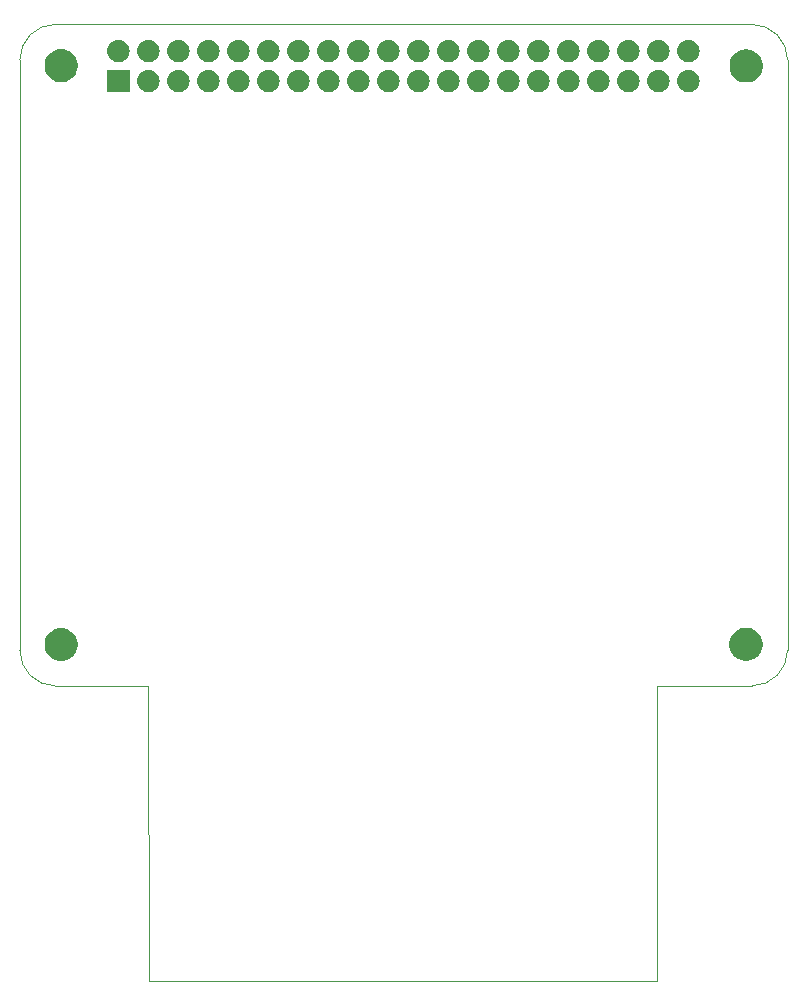
<source format=gbr>
G04 #@! TF.GenerationSoftware,KiCad,Pcbnew,5.0.1-33cea8e~68~ubuntu18.04.1*
G04 #@! TF.CreationDate,2019-02-10T11:00:50+00:00*
G04 #@! TF.ProjectId,LoRa-hat,4C6F52612D6861742E6B696361645F70,rev?*
G04 #@! TF.SameCoordinates,Original*
G04 #@! TF.FileFunction,Soldermask,Bot*
G04 #@! TF.FilePolarity,Negative*
%FSLAX46Y46*%
G04 Gerber Fmt 4.6, Leading zero omitted, Abs format (unit mm)*
G04 Created by KiCad (PCBNEW 5.0.1-33cea8e~68~ubuntu18.04.1) date Sun 10 Feb 2019 11:00:50 GMT*
%MOMM*%
%LPD*%
G01*
G04 APERTURE LIST*
%ADD10C,0.100000*%
G04 APERTURE END LIST*
D10*
X89440000Y-116820000D02*
X89500000Y-141840000D01*
X132500000Y-141850000D02*
X89500000Y-141840000D01*
X132500000Y-116830000D02*
X132500000Y-141850000D01*
X132500000Y-116830000D02*
X140546356Y-116830000D01*
X81530000Y-116820000D02*
X89440000Y-116820000D01*
X81546356Y-116817611D02*
G75*
G02X78546356Y-113817611I0J3000000D01*
G01*
X143546351Y-113822847D02*
G75*
G02X140546356Y-116817611I-2999995J5236D01*
G01*
X78546356Y-63817611D02*
X78546356Y-113817611D01*
X78546356Y-63817611D02*
G75*
G02X81546356Y-60817611I3000000J0D01*
G01*
X140546356Y-60817611D02*
X81546356Y-60817611D01*
X140546356Y-60817611D02*
G75*
G02X143546356Y-63817611I0J-3000000D01*
G01*
X143546356Y-113817611D02*
X143546356Y-63817611D01*
G36*
X82313126Y-111946900D02*
X82448365Y-111973801D01*
X82628523Y-112048425D01*
X82679005Y-112069335D01*
X82703149Y-112079336D01*
X82917482Y-112222549D01*
X82932451Y-112232551D01*
X83127449Y-112427549D01*
X83127451Y-112427552D01*
X83280664Y-112656851D01*
X83382057Y-112901635D01*
X83386199Y-112911636D01*
X83440000Y-113182111D01*
X83440000Y-113457889D01*
X83386199Y-113728364D01*
X83280665Y-113983147D01*
X83127449Y-114212451D01*
X82932451Y-114407449D01*
X82932448Y-114407451D01*
X82703149Y-114560664D01*
X82448365Y-114666199D01*
X82313127Y-114693099D01*
X82177889Y-114720000D01*
X81902111Y-114720000D01*
X81766873Y-114693099D01*
X81631635Y-114666199D01*
X81376851Y-114560664D01*
X81147552Y-114407451D01*
X81147549Y-114407449D01*
X80952551Y-114212451D01*
X80799335Y-113983147D01*
X80693801Y-113728364D01*
X80640000Y-113457889D01*
X80640000Y-113182111D01*
X80693801Y-112911636D01*
X80697944Y-112901635D01*
X80799336Y-112656851D01*
X80952549Y-112427552D01*
X80952551Y-112427549D01*
X81147549Y-112232551D01*
X81162518Y-112222549D01*
X81376851Y-112079336D01*
X81400996Y-112069335D01*
X81451477Y-112048425D01*
X81631635Y-111973801D01*
X81766874Y-111946900D01*
X81902111Y-111920000D01*
X82177889Y-111920000D01*
X82313126Y-111946900D01*
X82313126Y-111946900D01*
G37*
G36*
X140218162Y-111920000D02*
X140438365Y-111963801D01*
X140693149Y-112069336D01*
X140708115Y-112079336D01*
X140922451Y-112222551D01*
X141117449Y-112417549D01*
X141117451Y-112417552D01*
X141270664Y-112646851D01*
X141376199Y-112901635D01*
X141430000Y-113172112D01*
X141430000Y-113447888D01*
X141376199Y-113718365D01*
X141270664Y-113973149D01*
X141263982Y-113983149D01*
X141117449Y-114202451D01*
X140922451Y-114397449D01*
X140922448Y-114397451D01*
X140693149Y-114550664D01*
X140693148Y-114550665D01*
X140693147Y-114550665D01*
X140618523Y-114581575D01*
X140438365Y-114656199D01*
X140388091Y-114666199D01*
X140167889Y-114710000D01*
X139892111Y-114710000D01*
X139671909Y-114666199D01*
X139621635Y-114656199D01*
X139441477Y-114581575D01*
X139366853Y-114550665D01*
X139366852Y-114550665D01*
X139366851Y-114550664D01*
X139137552Y-114397451D01*
X139137549Y-114397449D01*
X138942551Y-114202451D01*
X138796018Y-113983149D01*
X138789336Y-113973149D01*
X138683801Y-113718365D01*
X138630000Y-113447888D01*
X138630000Y-113172112D01*
X138683801Y-112901635D01*
X138789336Y-112646851D01*
X138942549Y-112417552D01*
X138942551Y-112417549D01*
X139137549Y-112222551D01*
X139351885Y-112079336D01*
X139366851Y-112069336D01*
X139621635Y-111963801D01*
X139841838Y-111920000D01*
X139892111Y-111910000D01*
X140167889Y-111910000D01*
X140218162Y-111920000D01*
X140218162Y-111920000D01*
G37*
G36*
X127646448Y-64666873D02*
X127716232Y-64673746D01*
X127805770Y-64700907D01*
X127895309Y-64728068D01*
X128060347Y-64816283D01*
X128205001Y-64934999D01*
X128323717Y-65079653D01*
X128411932Y-65244691D01*
X128411932Y-65244692D01*
X128464338Y-65417451D01*
X128466254Y-65423769D01*
X128484596Y-65610000D01*
X128466254Y-65796231D01*
X128411932Y-65975309D01*
X128323717Y-66140347D01*
X128205001Y-66285001D01*
X128060347Y-66403717D01*
X127895309Y-66491932D01*
X127805770Y-66519093D01*
X127716232Y-66546254D01*
X127646448Y-66553127D01*
X127576666Y-66560000D01*
X127483334Y-66560000D01*
X127413552Y-66553127D01*
X127343768Y-66546254D01*
X127254230Y-66519093D01*
X127164691Y-66491932D01*
X126999653Y-66403717D01*
X126854999Y-66285001D01*
X126736283Y-66140347D01*
X126648068Y-65975309D01*
X126593746Y-65796231D01*
X126575404Y-65610000D01*
X126593746Y-65423769D01*
X126595663Y-65417451D01*
X126648068Y-65244692D01*
X126648068Y-65244691D01*
X126736283Y-65079653D01*
X126854999Y-64934999D01*
X126999653Y-64816283D01*
X127164691Y-64728068D01*
X127254230Y-64700907D01*
X127343768Y-64673746D01*
X127413552Y-64666873D01*
X127483334Y-64660000D01*
X127576666Y-64660000D01*
X127646448Y-64666873D01*
X127646448Y-64666873D01*
G37*
G36*
X132726448Y-64666873D02*
X132796232Y-64673746D01*
X132885770Y-64700907D01*
X132975309Y-64728068D01*
X133140347Y-64816283D01*
X133285001Y-64934999D01*
X133403717Y-65079653D01*
X133491932Y-65244691D01*
X133491932Y-65244692D01*
X133544338Y-65417451D01*
X133546254Y-65423769D01*
X133564596Y-65610000D01*
X133546254Y-65796231D01*
X133491932Y-65975309D01*
X133403717Y-66140347D01*
X133285001Y-66285001D01*
X133140347Y-66403717D01*
X132975309Y-66491932D01*
X132885770Y-66519093D01*
X132796232Y-66546254D01*
X132726448Y-66553127D01*
X132656666Y-66560000D01*
X132563334Y-66560000D01*
X132493552Y-66553127D01*
X132423768Y-66546254D01*
X132334230Y-66519093D01*
X132244691Y-66491932D01*
X132079653Y-66403717D01*
X131934999Y-66285001D01*
X131816283Y-66140347D01*
X131728068Y-65975309D01*
X131673746Y-65796231D01*
X131655404Y-65610000D01*
X131673746Y-65423769D01*
X131675663Y-65417451D01*
X131728068Y-65244692D01*
X131728068Y-65244691D01*
X131816283Y-65079653D01*
X131934999Y-64934999D01*
X132079653Y-64816283D01*
X132244691Y-64728068D01*
X132334230Y-64700907D01*
X132423768Y-64673746D01*
X132493552Y-64666873D01*
X132563334Y-64660000D01*
X132656666Y-64660000D01*
X132726448Y-64666873D01*
X132726448Y-64666873D01*
G37*
G36*
X135266448Y-64666873D02*
X135336232Y-64673746D01*
X135425770Y-64700907D01*
X135515309Y-64728068D01*
X135680347Y-64816283D01*
X135825001Y-64934999D01*
X135943717Y-65079653D01*
X136031932Y-65244691D01*
X136031932Y-65244692D01*
X136084338Y-65417451D01*
X136086254Y-65423769D01*
X136104596Y-65610000D01*
X136086254Y-65796231D01*
X136031932Y-65975309D01*
X135943717Y-66140347D01*
X135825001Y-66285001D01*
X135680347Y-66403717D01*
X135515309Y-66491932D01*
X135425770Y-66519093D01*
X135336232Y-66546254D01*
X135266448Y-66553127D01*
X135196666Y-66560000D01*
X135103334Y-66560000D01*
X135033552Y-66553127D01*
X134963768Y-66546254D01*
X134874230Y-66519093D01*
X134784691Y-66491932D01*
X134619653Y-66403717D01*
X134474999Y-66285001D01*
X134356283Y-66140347D01*
X134268068Y-65975309D01*
X134213746Y-65796231D01*
X134195404Y-65610000D01*
X134213746Y-65423769D01*
X134215663Y-65417451D01*
X134268068Y-65244692D01*
X134268068Y-65244691D01*
X134356283Y-65079653D01*
X134474999Y-64934999D01*
X134619653Y-64816283D01*
X134784691Y-64728068D01*
X134874230Y-64700907D01*
X134963768Y-64673746D01*
X135033552Y-64666873D01*
X135103334Y-64660000D01*
X135196666Y-64660000D01*
X135266448Y-64666873D01*
X135266448Y-64666873D01*
G37*
G36*
X87840000Y-66560000D02*
X85940000Y-66560000D01*
X85940000Y-64660000D01*
X87840000Y-64660000D01*
X87840000Y-66560000D01*
X87840000Y-66560000D01*
G37*
G36*
X89546448Y-64666873D02*
X89616232Y-64673746D01*
X89705770Y-64700907D01*
X89795309Y-64728068D01*
X89960347Y-64816283D01*
X90105001Y-64934999D01*
X90223717Y-65079653D01*
X90311932Y-65244691D01*
X90311932Y-65244692D01*
X90364338Y-65417451D01*
X90366254Y-65423769D01*
X90384596Y-65610000D01*
X90366254Y-65796231D01*
X90311932Y-65975309D01*
X90223717Y-66140347D01*
X90105001Y-66285001D01*
X89960347Y-66403717D01*
X89795309Y-66491932D01*
X89705770Y-66519093D01*
X89616232Y-66546254D01*
X89546448Y-66553127D01*
X89476666Y-66560000D01*
X89383334Y-66560000D01*
X89313552Y-66553127D01*
X89243768Y-66546254D01*
X89154230Y-66519093D01*
X89064691Y-66491932D01*
X88899653Y-66403717D01*
X88754999Y-66285001D01*
X88636283Y-66140347D01*
X88548068Y-65975309D01*
X88493746Y-65796231D01*
X88475404Y-65610000D01*
X88493746Y-65423769D01*
X88495663Y-65417451D01*
X88548068Y-65244692D01*
X88548068Y-65244691D01*
X88636283Y-65079653D01*
X88754999Y-64934999D01*
X88899653Y-64816283D01*
X89064691Y-64728068D01*
X89154230Y-64700907D01*
X89243768Y-64673746D01*
X89313552Y-64666873D01*
X89383334Y-64660000D01*
X89476666Y-64660000D01*
X89546448Y-64666873D01*
X89546448Y-64666873D01*
G37*
G36*
X92086448Y-64666873D02*
X92156232Y-64673746D01*
X92245770Y-64700907D01*
X92335309Y-64728068D01*
X92500347Y-64816283D01*
X92645001Y-64934999D01*
X92763717Y-65079653D01*
X92851932Y-65244691D01*
X92851932Y-65244692D01*
X92904338Y-65417451D01*
X92906254Y-65423769D01*
X92924596Y-65610000D01*
X92906254Y-65796231D01*
X92851932Y-65975309D01*
X92763717Y-66140347D01*
X92645001Y-66285001D01*
X92500347Y-66403717D01*
X92335309Y-66491932D01*
X92245770Y-66519093D01*
X92156232Y-66546254D01*
X92086448Y-66553127D01*
X92016666Y-66560000D01*
X91923334Y-66560000D01*
X91853552Y-66553127D01*
X91783768Y-66546254D01*
X91694230Y-66519093D01*
X91604691Y-66491932D01*
X91439653Y-66403717D01*
X91294999Y-66285001D01*
X91176283Y-66140347D01*
X91088068Y-65975309D01*
X91033746Y-65796231D01*
X91015404Y-65610000D01*
X91033746Y-65423769D01*
X91035663Y-65417451D01*
X91088068Y-65244692D01*
X91088068Y-65244691D01*
X91176283Y-65079653D01*
X91294999Y-64934999D01*
X91439653Y-64816283D01*
X91604691Y-64728068D01*
X91694230Y-64700907D01*
X91783768Y-64673746D01*
X91853552Y-64666873D01*
X91923334Y-64660000D01*
X92016666Y-64660000D01*
X92086448Y-64666873D01*
X92086448Y-64666873D01*
G37*
G36*
X94626448Y-64666873D02*
X94696232Y-64673746D01*
X94785770Y-64700907D01*
X94875309Y-64728068D01*
X95040347Y-64816283D01*
X95185001Y-64934999D01*
X95303717Y-65079653D01*
X95391932Y-65244691D01*
X95391932Y-65244692D01*
X95444338Y-65417451D01*
X95446254Y-65423769D01*
X95464596Y-65610000D01*
X95446254Y-65796231D01*
X95391932Y-65975309D01*
X95303717Y-66140347D01*
X95185001Y-66285001D01*
X95040347Y-66403717D01*
X94875309Y-66491932D01*
X94785770Y-66519093D01*
X94696232Y-66546254D01*
X94626448Y-66553127D01*
X94556666Y-66560000D01*
X94463334Y-66560000D01*
X94393552Y-66553127D01*
X94323768Y-66546254D01*
X94234230Y-66519093D01*
X94144691Y-66491932D01*
X93979653Y-66403717D01*
X93834999Y-66285001D01*
X93716283Y-66140347D01*
X93628068Y-65975309D01*
X93573746Y-65796231D01*
X93555404Y-65610000D01*
X93573746Y-65423769D01*
X93575663Y-65417451D01*
X93628068Y-65244692D01*
X93628068Y-65244691D01*
X93716283Y-65079653D01*
X93834999Y-64934999D01*
X93979653Y-64816283D01*
X94144691Y-64728068D01*
X94234230Y-64700907D01*
X94323768Y-64673746D01*
X94393552Y-64666873D01*
X94463334Y-64660000D01*
X94556666Y-64660000D01*
X94626448Y-64666873D01*
X94626448Y-64666873D01*
G37*
G36*
X97166448Y-64666873D02*
X97236232Y-64673746D01*
X97325770Y-64700907D01*
X97415309Y-64728068D01*
X97580347Y-64816283D01*
X97725001Y-64934999D01*
X97843717Y-65079653D01*
X97931932Y-65244691D01*
X97931932Y-65244692D01*
X97984338Y-65417451D01*
X97986254Y-65423769D01*
X98004596Y-65610000D01*
X97986254Y-65796231D01*
X97931932Y-65975309D01*
X97843717Y-66140347D01*
X97725001Y-66285001D01*
X97580347Y-66403717D01*
X97415309Y-66491932D01*
X97325770Y-66519093D01*
X97236232Y-66546254D01*
X97166448Y-66553127D01*
X97096666Y-66560000D01*
X97003334Y-66560000D01*
X96933552Y-66553127D01*
X96863768Y-66546254D01*
X96774230Y-66519093D01*
X96684691Y-66491932D01*
X96519653Y-66403717D01*
X96374999Y-66285001D01*
X96256283Y-66140347D01*
X96168068Y-65975309D01*
X96113746Y-65796231D01*
X96095404Y-65610000D01*
X96113746Y-65423769D01*
X96115663Y-65417451D01*
X96168068Y-65244692D01*
X96168068Y-65244691D01*
X96256283Y-65079653D01*
X96374999Y-64934999D01*
X96519653Y-64816283D01*
X96684691Y-64728068D01*
X96774230Y-64700907D01*
X96863768Y-64673746D01*
X96933552Y-64666873D01*
X97003334Y-64660000D01*
X97096666Y-64660000D01*
X97166448Y-64666873D01*
X97166448Y-64666873D01*
G37*
G36*
X99706448Y-64666873D02*
X99776232Y-64673746D01*
X99865770Y-64700907D01*
X99955309Y-64728068D01*
X100120347Y-64816283D01*
X100265001Y-64934999D01*
X100383717Y-65079653D01*
X100471932Y-65244691D01*
X100471932Y-65244692D01*
X100524338Y-65417451D01*
X100526254Y-65423769D01*
X100544596Y-65610000D01*
X100526254Y-65796231D01*
X100471932Y-65975309D01*
X100383717Y-66140347D01*
X100265001Y-66285001D01*
X100120347Y-66403717D01*
X99955309Y-66491932D01*
X99865770Y-66519093D01*
X99776232Y-66546254D01*
X99706448Y-66553127D01*
X99636666Y-66560000D01*
X99543334Y-66560000D01*
X99473552Y-66553127D01*
X99403768Y-66546254D01*
X99314230Y-66519093D01*
X99224691Y-66491932D01*
X99059653Y-66403717D01*
X98914999Y-66285001D01*
X98796283Y-66140347D01*
X98708068Y-65975309D01*
X98653746Y-65796231D01*
X98635404Y-65610000D01*
X98653746Y-65423769D01*
X98655663Y-65417451D01*
X98708068Y-65244692D01*
X98708068Y-65244691D01*
X98796283Y-65079653D01*
X98914999Y-64934999D01*
X99059653Y-64816283D01*
X99224691Y-64728068D01*
X99314230Y-64700907D01*
X99403768Y-64673746D01*
X99473552Y-64666873D01*
X99543334Y-64660000D01*
X99636666Y-64660000D01*
X99706448Y-64666873D01*
X99706448Y-64666873D01*
G37*
G36*
X130186448Y-64666873D02*
X130256232Y-64673746D01*
X130345770Y-64700907D01*
X130435309Y-64728068D01*
X130600347Y-64816283D01*
X130745001Y-64934999D01*
X130863717Y-65079653D01*
X130951932Y-65244691D01*
X130951932Y-65244692D01*
X131004338Y-65417451D01*
X131006254Y-65423769D01*
X131024596Y-65610000D01*
X131006254Y-65796231D01*
X130951932Y-65975309D01*
X130863717Y-66140347D01*
X130745001Y-66285001D01*
X130600347Y-66403717D01*
X130435309Y-66491932D01*
X130345770Y-66519093D01*
X130256232Y-66546254D01*
X130186448Y-66553127D01*
X130116666Y-66560000D01*
X130023334Y-66560000D01*
X129953552Y-66553127D01*
X129883768Y-66546254D01*
X129794230Y-66519093D01*
X129704691Y-66491932D01*
X129539653Y-66403717D01*
X129394999Y-66285001D01*
X129276283Y-66140347D01*
X129188068Y-65975309D01*
X129133746Y-65796231D01*
X129115404Y-65610000D01*
X129133746Y-65423769D01*
X129135663Y-65417451D01*
X129188068Y-65244692D01*
X129188068Y-65244691D01*
X129276283Y-65079653D01*
X129394999Y-64934999D01*
X129539653Y-64816283D01*
X129704691Y-64728068D01*
X129794230Y-64700907D01*
X129883768Y-64673746D01*
X129953552Y-64666873D01*
X130023334Y-64660000D01*
X130116666Y-64660000D01*
X130186448Y-64666873D01*
X130186448Y-64666873D01*
G37*
G36*
X104786448Y-64666873D02*
X104856232Y-64673746D01*
X104945770Y-64700907D01*
X105035309Y-64728068D01*
X105200347Y-64816283D01*
X105345001Y-64934999D01*
X105463717Y-65079653D01*
X105551932Y-65244691D01*
X105551932Y-65244692D01*
X105604338Y-65417451D01*
X105606254Y-65423769D01*
X105624596Y-65610000D01*
X105606254Y-65796231D01*
X105551932Y-65975309D01*
X105463717Y-66140347D01*
X105345001Y-66285001D01*
X105200347Y-66403717D01*
X105035309Y-66491932D01*
X104945770Y-66519093D01*
X104856232Y-66546254D01*
X104786448Y-66553127D01*
X104716666Y-66560000D01*
X104623334Y-66560000D01*
X104553552Y-66553127D01*
X104483768Y-66546254D01*
X104394230Y-66519093D01*
X104304691Y-66491932D01*
X104139653Y-66403717D01*
X103994999Y-66285001D01*
X103876283Y-66140347D01*
X103788068Y-65975309D01*
X103733746Y-65796231D01*
X103715404Y-65610000D01*
X103733746Y-65423769D01*
X103735663Y-65417451D01*
X103788068Y-65244692D01*
X103788068Y-65244691D01*
X103876283Y-65079653D01*
X103994999Y-64934999D01*
X104139653Y-64816283D01*
X104304691Y-64728068D01*
X104394230Y-64700907D01*
X104483768Y-64673746D01*
X104553552Y-64666873D01*
X104623334Y-64660000D01*
X104716666Y-64660000D01*
X104786448Y-64666873D01*
X104786448Y-64666873D01*
G37*
G36*
X107326448Y-64666873D02*
X107396232Y-64673746D01*
X107485770Y-64700907D01*
X107575309Y-64728068D01*
X107740347Y-64816283D01*
X107885001Y-64934999D01*
X108003717Y-65079653D01*
X108091932Y-65244691D01*
X108091932Y-65244692D01*
X108144338Y-65417451D01*
X108146254Y-65423769D01*
X108164596Y-65610000D01*
X108146254Y-65796231D01*
X108091932Y-65975309D01*
X108003717Y-66140347D01*
X107885001Y-66285001D01*
X107740347Y-66403717D01*
X107575309Y-66491932D01*
X107485770Y-66519093D01*
X107396232Y-66546254D01*
X107326448Y-66553127D01*
X107256666Y-66560000D01*
X107163334Y-66560000D01*
X107093552Y-66553127D01*
X107023768Y-66546254D01*
X106934230Y-66519093D01*
X106844691Y-66491932D01*
X106679653Y-66403717D01*
X106534999Y-66285001D01*
X106416283Y-66140347D01*
X106328068Y-65975309D01*
X106273746Y-65796231D01*
X106255404Y-65610000D01*
X106273746Y-65423769D01*
X106275663Y-65417451D01*
X106328068Y-65244692D01*
X106328068Y-65244691D01*
X106416283Y-65079653D01*
X106534999Y-64934999D01*
X106679653Y-64816283D01*
X106844691Y-64728068D01*
X106934230Y-64700907D01*
X107023768Y-64673746D01*
X107093552Y-64666873D01*
X107163334Y-64660000D01*
X107256666Y-64660000D01*
X107326448Y-64666873D01*
X107326448Y-64666873D01*
G37*
G36*
X109866448Y-64666873D02*
X109936232Y-64673746D01*
X110025770Y-64700907D01*
X110115309Y-64728068D01*
X110280347Y-64816283D01*
X110425001Y-64934999D01*
X110543717Y-65079653D01*
X110631932Y-65244691D01*
X110631932Y-65244692D01*
X110684338Y-65417451D01*
X110686254Y-65423769D01*
X110704596Y-65610000D01*
X110686254Y-65796231D01*
X110631932Y-65975309D01*
X110543717Y-66140347D01*
X110425001Y-66285001D01*
X110280347Y-66403717D01*
X110115309Y-66491932D01*
X110025770Y-66519093D01*
X109936232Y-66546254D01*
X109866448Y-66553127D01*
X109796666Y-66560000D01*
X109703334Y-66560000D01*
X109633552Y-66553127D01*
X109563768Y-66546254D01*
X109474230Y-66519093D01*
X109384691Y-66491932D01*
X109219653Y-66403717D01*
X109074999Y-66285001D01*
X108956283Y-66140347D01*
X108868068Y-65975309D01*
X108813746Y-65796231D01*
X108795404Y-65610000D01*
X108813746Y-65423769D01*
X108815663Y-65417451D01*
X108868068Y-65244692D01*
X108868068Y-65244691D01*
X108956283Y-65079653D01*
X109074999Y-64934999D01*
X109219653Y-64816283D01*
X109384691Y-64728068D01*
X109474230Y-64700907D01*
X109563768Y-64673746D01*
X109633552Y-64666873D01*
X109703334Y-64660000D01*
X109796666Y-64660000D01*
X109866448Y-64666873D01*
X109866448Y-64666873D01*
G37*
G36*
X112406448Y-64666873D02*
X112476232Y-64673746D01*
X112565770Y-64700907D01*
X112655309Y-64728068D01*
X112820347Y-64816283D01*
X112965001Y-64934999D01*
X113083717Y-65079653D01*
X113171932Y-65244691D01*
X113171932Y-65244692D01*
X113224338Y-65417451D01*
X113226254Y-65423769D01*
X113244596Y-65610000D01*
X113226254Y-65796231D01*
X113171932Y-65975309D01*
X113083717Y-66140347D01*
X112965001Y-66285001D01*
X112820347Y-66403717D01*
X112655309Y-66491932D01*
X112565770Y-66519093D01*
X112476232Y-66546254D01*
X112406448Y-66553127D01*
X112336666Y-66560000D01*
X112243334Y-66560000D01*
X112173552Y-66553127D01*
X112103768Y-66546254D01*
X112014230Y-66519093D01*
X111924691Y-66491932D01*
X111759653Y-66403717D01*
X111614999Y-66285001D01*
X111496283Y-66140347D01*
X111408068Y-65975309D01*
X111353746Y-65796231D01*
X111335404Y-65610000D01*
X111353746Y-65423769D01*
X111355663Y-65417451D01*
X111408068Y-65244692D01*
X111408068Y-65244691D01*
X111496283Y-65079653D01*
X111614999Y-64934999D01*
X111759653Y-64816283D01*
X111924691Y-64728068D01*
X112014230Y-64700907D01*
X112103768Y-64673746D01*
X112173552Y-64666873D01*
X112243334Y-64660000D01*
X112336666Y-64660000D01*
X112406448Y-64666873D01*
X112406448Y-64666873D01*
G37*
G36*
X114946448Y-64666873D02*
X115016232Y-64673746D01*
X115105770Y-64700907D01*
X115195309Y-64728068D01*
X115360347Y-64816283D01*
X115505001Y-64934999D01*
X115623717Y-65079653D01*
X115711932Y-65244691D01*
X115711932Y-65244692D01*
X115764338Y-65417451D01*
X115766254Y-65423769D01*
X115784596Y-65610000D01*
X115766254Y-65796231D01*
X115711932Y-65975309D01*
X115623717Y-66140347D01*
X115505001Y-66285001D01*
X115360347Y-66403717D01*
X115195309Y-66491932D01*
X115105770Y-66519093D01*
X115016232Y-66546254D01*
X114946448Y-66553127D01*
X114876666Y-66560000D01*
X114783334Y-66560000D01*
X114713552Y-66553127D01*
X114643768Y-66546254D01*
X114554230Y-66519093D01*
X114464691Y-66491932D01*
X114299653Y-66403717D01*
X114154999Y-66285001D01*
X114036283Y-66140347D01*
X113948068Y-65975309D01*
X113893746Y-65796231D01*
X113875404Y-65610000D01*
X113893746Y-65423769D01*
X113895663Y-65417451D01*
X113948068Y-65244692D01*
X113948068Y-65244691D01*
X114036283Y-65079653D01*
X114154999Y-64934999D01*
X114299653Y-64816283D01*
X114464691Y-64728068D01*
X114554230Y-64700907D01*
X114643768Y-64673746D01*
X114713552Y-64666873D01*
X114783334Y-64660000D01*
X114876666Y-64660000D01*
X114946448Y-64666873D01*
X114946448Y-64666873D01*
G37*
G36*
X117486448Y-64666873D02*
X117556232Y-64673746D01*
X117645770Y-64700907D01*
X117735309Y-64728068D01*
X117900347Y-64816283D01*
X118045001Y-64934999D01*
X118163717Y-65079653D01*
X118251932Y-65244691D01*
X118251932Y-65244692D01*
X118304338Y-65417451D01*
X118306254Y-65423769D01*
X118324596Y-65610000D01*
X118306254Y-65796231D01*
X118251932Y-65975309D01*
X118163717Y-66140347D01*
X118045001Y-66285001D01*
X117900347Y-66403717D01*
X117735309Y-66491932D01*
X117645770Y-66519093D01*
X117556232Y-66546254D01*
X117486448Y-66553127D01*
X117416666Y-66560000D01*
X117323334Y-66560000D01*
X117253552Y-66553127D01*
X117183768Y-66546254D01*
X117094230Y-66519093D01*
X117004691Y-66491932D01*
X116839653Y-66403717D01*
X116694999Y-66285001D01*
X116576283Y-66140347D01*
X116488068Y-65975309D01*
X116433746Y-65796231D01*
X116415404Y-65610000D01*
X116433746Y-65423769D01*
X116435663Y-65417451D01*
X116488068Y-65244692D01*
X116488068Y-65244691D01*
X116576283Y-65079653D01*
X116694999Y-64934999D01*
X116839653Y-64816283D01*
X117004691Y-64728068D01*
X117094230Y-64700907D01*
X117183768Y-64673746D01*
X117253552Y-64666873D01*
X117323334Y-64660000D01*
X117416666Y-64660000D01*
X117486448Y-64666873D01*
X117486448Y-64666873D01*
G37*
G36*
X120026448Y-64666873D02*
X120096232Y-64673746D01*
X120185770Y-64700907D01*
X120275309Y-64728068D01*
X120440347Y-64816283D01*
X120585001Y-64934999D01*
X120703717Y-65079653D01*
X120791932Y-65244691D01*
X120791932Y-65244692D01*
X120844338Y-65417451D01*
X120846254Y-65423769D01*
X120864596Y-65610000D01*
X120846254Y-65796231D01*
X120791932Y-65975309D01*
X120703717Y-66140347D01*
X120585001Y-66285001D01*
X120440347Y-66403717D01*
X120275309Y-66491932D01*
X120185770Y-66519093D01*
X120096232Y-66546254D01*
X120026448Y-66553127D01*
X119956666Y-66560000D01*
X119863334Y-66560000D01*
X119793552Y-66553127D01*
X119723768Y-66546254D01*
X119634230Y-66519093D01*
X119544691Y-66491932D01*
X119379653Y-66403717D01*
X119234999Y-66285001D01*
X119116283Y-66140347D01*
X119028068Y-65975309D01*
X118973746Y-65796231D01*
X118955404Y-65610000D01*
X118973746Y-65423769D01*
X118975663Y-65417451D01*
X119028068Y-65244692D01*
X119028068Y-65244691D01*
X119116283Y-65079653D01*
X119234999Y-64934999D01*
X119379653Y-64816283D01*
X119544691Y-64728068D01*
X119634230Y-64700907D01*
X119723768Y-64673746D01*
X119793552Y-64666873D01*
X119863334Y-64660000D01*
X119956666Y-64660000D01*
X120026448Y-64666873D01*
X120026448Y-64666873D01*
G37*
G36*
X122566448Y-64666873D02*
X122636232Y-64673746D01*
X122725770Y-64700907D01*
X122815309Y-64728068D01*
X122980347Y-64816283D01*
X123125001Y-64934999D01*
X123243717Y-65079653D01*
X123331932Y-65244691D01*
X123331932Y-65244692D01*
X123384338Y-65417451D01*
X123386254Y-65423769D01*
X123404596Y-65610000D01*
X123386254Y-65796231D01*
X123331932Y-65975309D01*
X123243717Y-66140347D01*
X123125001Y-66285001D01*
X122980347Y-66403717D01*
X122815309Y-66491932D01*
X122725770Y-66519093D01*
X122636232Y-66546254D01*
X122566448Y-66553127D01*
X122496666Y-66560000D01*
X122403334Y-66560000D01*
X122333552Y-66553127D01*
X122263768Y-66546254D01*
X122174230Y-66519093D01*
X122084691Y-66491932D01*
X121919653Y-66403717D01*
X121774999Y-66285001D01*
X121656283Y-66140347D01*
X121568068Y-65975309D01*
X121513746Y-65796231D01*
X121495404Y-65610000D01*
X121513746Y-65423769D01*
X121515663Y-65417451D01*
X121568068Y-65244692D01*
X121568068Y-65244691D01*
X121656283Y-65079653D01*
X121774999Y-64934999D01*
X121919653Y-64816283D01*
X122084691Y-64728068D01*
X122174230Y-64700907D01*
X122263768Y-64673746D01*
X122333552Y-64666873D01*
X122403334Y-64660000D01*
X122496666Y-64660000D01*
X122566448Y-64666873D01*
X122566448Y-64666873D01*
G37*
G36*
X125106448Y-64666873D02*
X125176232Y-64673746D01*
X125265770Y-64700907D01*
X125355309Y-64728068D01*
X125520347Y-64816283D01*
X125665001Y-64934999D01*
X125783717Y-65079653D01*
X125871932Y-65244691D01*
X125871932Y-65244692D01*
X125924338Y-65417451D01*
X125926254Y-65423769D01*
X125944596Y-65610000D01*
X125926254Y-65796231D01*
X125871932Y-65975309D01*
X125783717Y-66140347D01*
X125665001Y-66285001D01*
X125520347Y-66403717D01*
X125355309Y-66491932D01*
X125265770Y-66519093D01*
X125176232Y-66546254D01*
X125106448Y-66553127D01*
X125036666Y-66560000D01*
X124943334Y-66560000D01*
X124873552Y-66553127D01*
X124803768Y-66546254D01*
X124714230Y-66519093D01*
X124624691Y-66491932D01*
X124459653Y-66403717D01*
X124314999Y-66285001D01*
X124196283Y-66140347D01*
X124108068Y-65975309D01*
X124053746Y-65796231D01*
X124035404Y-65610000D01*
X124053746Y-65423769D01*
X124055663Y-65417451D01*
X124108068Y-65244692D01*
X124108068Y-65244691D01*
X124196283Y-65079653D01*
X124314999Y-64934999D01*
X124459653Y-64816283D01*
X124624691Y-64728068D01*
X124714230Y-64700907D01*
X124803768Y-64673746D01*
X124873552Y-64666873D01*
X124943334Y-64660000D01*
X125036666Y-64660000D01*
X125106448Y-64666873D01*
X125106448Y-64666873D01*
G37*
G36*
X102246448Y-64666873D02*
X102316232Y-64673746D01*
X102405770Y-64700907D01*
X102495309Y-64728068D01*
X102660347Y-64816283D01*
X102805001Y-64934999D01*
X102923717Y-65079653D01*
X103011932Y-65244691D01*
X103011932Y-65244692D01*
X103064338Y-65417451D01*
X103066254Y-65423769D01*
X103084596Y-65610000D01*
X103066254Y-65796231D01*
X103011932Y-65975309D01*
X102923717Y-66140347D01*
X102805001Y-66285001D01*
X102660347Y-66403717D01*
X102495309Y-66491932D01*
X102405770Y-66519093D01*
X102316232Y-66546254D01*
X102246448Y-66553127D01*
X102176666Y-66560000D01*
X102083334Y-66560000D01*
X102013552Y-66553127D01*
X101943768Y-66546254D01*
X101854230Y-66519093D01*
X101764691Y-66491932D01*
X101599653Y-66403717D01*
X101454999Y-66285001D01*
X101336283Y-66140347D01*
X101248068Y-65975309D01*
X101193746Y-65796231D01*
X101175404Y-65610000D01*
X101193746Y-65423769D01*
X101195663Y-65417451D01*
X101248068Y-65244692D01*
X101248068Y-65244691D01*
X101336283Y-65079653D01*
X101454999Y-64934999D01*
X101599653Y-64816283D01*
X101764691Y-64728068D01*
X101854230Y-64700907D01*
X101943768Y-64673746D01*
X102013552Y-64666873D01*
X102083334Y-64660000D01*
X102176666Y-64660000D01*
X102246448Y-64666873D01*
X102246448Y-64666873D01*
G37*
G36*
X140313126Y-62956900D02*
X140448365Y-62983801D01*
X140703149Y-63089336D01*
X140902516Y-63222549D01*
X140932451Y-63242551D01*
X141127449Y-63437549D01*
X141127451Y-63437552D01*
X141280664Y-63666851D01*
X141386199Y-63921635D01*
X141440000Y-64192112D01*
X141440000Y-64467888D01*
X141386199Y-64738365D01*
X141353924Y-64816283D01*
X141280665Y-64993147D01*
X141127449Y-65222451D01*
X140932451Y-65417449D01*
X140932448Y-65417451D01*
X140703149Y-65570664D01*
X140448365Y-65676199D01*
X140313126Y-65703100D01*
X140177889Y-65730000D01*
X139902111Y-65730000D01*
X139766874Y-65703100D01*
X139631635Y-65676199D01*
X139376851Y-65570664D01*
X139147552Y-65417451D01*
X139147549Y-65417449D01*
X138952551Y-65222451D01*
X138799335Y-64993147D01*
X138726076Y-64816283D01*
X138693801Y-64738365D01*
X138640000Y-64467888D01*
X138640000Y-64192112D01*
X138693801Y-63921635D01*
X138799336Y-63666851D01*
X138952549Y-63437552D01*
X138952551Y-63437549D01*
X139147549Y-63242551D01*
X139177484Y-63222549D01*
X139376851Y-63089336D01*
X139631635Y-62983801D01*
X139766874Y-62956900D01*
X139902111Y-62930000D01*
X140177889Y-62930000D01*
X140313126Y-62956900D01*
X140313126Y-62956900D01*
G37*
G36*
X82278435Y-62930000D02*
X82448365Y-62963801D01*
X82703149Y-63069336D01*
X82733081Y-63089336D01*
X82932451Y-63222551D01*
X83127449Y-63417549D01*
X83127451Y-63417552D01*
X83280664Y-63646851D01*
X83386199Y-63901635D01*
X83440000Y-64172112D01*
X83440000Y-64447888D01*
X83386199Y-64718365D01*
X83280664Y-64973149D01*
X83267300Y-64993149D01*
X83127449Y-65202451D01*
X82932451Y-65397449D01*
X82932448Y-65397451D01*
X82703149Y-65550664D01*
X82448365Y-65656199D01*
X82347818Y-65676199D01*
X82177889Y-65710000D01*
X81902111Y-65710000D01*
X81732182Y-65676199D01*
X81631635Y-65656199D01*
X81376851Y-65550664D01*
X81147552Y-65397451D01*
X81147549Y-65397449D01*
X80952551Y-65202451D01*
X80812700Y-64993149D01*
X80799336Y-64973149D01*
X80693801Y-64718365D01*
X80640000Y-64447888D01*
X80640000Y-64172112D01*
X80693801Y-63901635D01*
X80799336Y-63646851D01*
X80952549Y-63417552D01*
X80952551Y-63417549D01*
X81147549Y-63222551D01*
X81346919Y-63089336D01*
X81376851Y-63069336D01*
X81631635Y-62963801D01*
X81801565Y-62930000D01*
X81902111Y-62910000D01*
X82177889Y-62910000D01*
X82278435Y-62930000D01*
X82278435Y-62930000D01*
G37*
G36*
X135266448Y-62126873D02*
X135336232Y-62133746D01*
X135425770Y-62160907D01*
X135515309Y-62188068D01*
X135680347Y-62276283D01*
X135825001Y-62394999D01*
X135943717Y-62539653D01*
X136031932Y-62704691D01*
X136086254Y-62883769D01*
X136104596Y-63070000D01*
X136086254Y-63256231D01*
X136031932Y-63435309D01*
X135943717Y-63600347D01*
X135825001Y-63745001D01*
X135680347Y-63863717D01*
X135515309Y-63951932D01*
X135425770Y-63979093D01*
X135336232Y-64006254D01*
X135266448Y-64013127D01*
X135196666Y-64020000D01*
X135103334Y-64020000D01*
X135033552Y-64013127D01*
X134963768Y-64006254D01*
X134874230Y-63979093D01*
X134784691Y-63951932D01*
X134619653Y-63863717D01*
X134474999Y-63745001D01*
X134356283Y-63600347D01*
X134268068Y-63435309D01*
X134213746Y-63256231D01*
X134195404Y-63070000D01*
X134213746Y-62883769D01*
X134268068Y-62704691D01*
X134356283Y-62539653D01*
X134474999Y-62394999D01*
X134619653Y-62276283D01*
X134784691Y-62188068D01*
X134874230Y-62160907D01*
X134963768Y-62133746D01*
X135033552Y-62126873D01*
X135103334Y-62120000D01*
X135196666Y-62120000D01*
X135266448Y-62126873D01*
X135266448Y-62126873D01*
G37*
G36*
X107326448Y-62126873D02*
X107396232Y-62133746D01*
X107485770Y-62160907D01*
X107575309Y-62188068D01*
X107740347Y-62276283D01*
X107885001Y-62394999D01*
X108003717Y-62539653D01*
X108091932Y-62704691D01*
X108146254Y-62883769D01*
X108164596Y-63070000D01*
X108146254Y-63256231D01*
X108091932Y-63435309D01*
X108003717Y-63600347D01*
X107885001Y-63745001D01*
X107740347Y-63863717D01*
X107575309Y-63951932D01*
X107485770Y-63979093D01*
X107396232Y-64006254D01*
X107326448Y-64013127D01*
X107256666Y-64020000D01*
X107163334Y-64020000D01*
X107093552Y-64013127D01*
X107023768Y-64006254D01*
X106934230Y-63979093D01*
X106844691Y-63951932D01*
X106679653Y-63863717D01*
X106534999Y-63745001D01*
X106416283Y-63600347D01*
X106328068Y-63435309D01*
X106273746Y-63256231D01*
X106255404Y-63070000D01*
X106273746Y-62883769D01*
X106328068Y-62704691D01*
X106416283Y-62539653D01*
X106534999Y-62394999D01*
X106679653Y-62276283D01*
X106844691Y-62188068D01*
X106934230Y-62160907D01*
X107023768Y-62133746D01*
X107093552Y-62126873D01*
X107163334Y-62120000D01*
X107256666Y-62120000D01*
X107326448Y-62126873D01*
X107326448Y-62126873D01*
G37*
G36*
X104786448Y-62126873D02*
X104856232Y-62133746D01*
X104945770Y-62160907D01*
X105035309Y-62188068D01*
X105200347Y-62276283D01*
X105345001Y-62394999D01*
X105463717Y-62539653D01*
X105551932Y-62704691D01*
X105606254Y-62883769D01*
X105624596Y-63070000D01*
X105606254Y-63256231D01*
X105551932Y-63435309D01*
X105463717Y-63600347D01*
X105345001Y-63745001D01*
X105200347Y-63863717D01*
X105035309Y-63951932D01*
X104945770Y-63979093D01*
X104856232Y-64006254D01*
X104786448Y-64013127D01*
X104716666Y-64020000D01*
X104623334Y-64020000D01*
X104553552Y-64013127D01*
X104483768Y-64006254D01*
X104394230Y-63979093D01*
X104304691Y-63951932D01*
X104139653Y-63863717D01*
X103994999Y-63745001D01*
X103876283Y-63600347D01*
X103788068Y-63435309D01*
X103733746Y-63256231D01*
X103715404Y-63070000D01*
X103733746Y-62883769D01*
X103788068Y-62704691D01*
X103876283Y-62539653D01*
X103994999Y-62394999D01*
X104139653Y-62276283D01*
X104304691Y-62188068D01*
X104394230Y-62160907D01*
X104483768Y-62133746D01*
X104553552Y-62126873D01*
X104623334Y-62120000D01*
X104716666Y-62120000D01*
X104786448Y-62126873D01*
X104786448Y-62126873D01*
G37*
G36*
X109866448Y-62126873D02*
X109936232Y-62133746D01*
X110025770Y-62160907D01*
X110115309Y-62188068D01*
X110280347Y-62276283D01*
X110425001Y-62394999D01*
X110543717Y-62539653D01*
X110631932Y-62704691D01*
X110686254Y-62883769D01*
X110704596Y-63070000D01*
X110686254Y-63256231D01*
X110631932Y-63435309D01*
X110543717Y-63600347D01*
X110425001Y-63745001D01*
X110280347Y-63863717D01*
X110115309Y-63951932D01*
X110025770Y-63979093D01*
X109936232Y-64006254D01*
X109866448Y-64013127D01*
X109796666Y-64020000D01*
X109703334Y-64020000D01*
X109633552Y-64013127D01*
X109563768Y-64006254D01*
X109474230Y-63979093D01*
X109384691Y-63951932D01*
X109219653Y-63863717D01*
X109074999Y-63745001D01*
X108956283Y-63600347D01*
X108868068Y-63435309D01*
X108813746Y-63256231D01*
X108795404Y-63070000D01*
X108813746Y-62883769D01*
X108868068Y-62704691D01*
X108956283Y-62539653D01*
X109074999Y-62394999D01*
X109219653Y-62276283D01*
X109384691Y-62188068D01*
X109474230Y-62160907D01*
X109563768Y-62133746D01*
X109633552Y-62126873D01*
X109703334Y-62120000D01*
X109796666Y-62120000D01*
X109866448Y-62126873D01*
X109866448Y-62126873D01*
G37*
G36*
X102246448Y-62126873D02*
X102316232Y-62133746D01*
X102405770Y-62160907D01*
X102495309Y-62188068D01*
X102660347Y-62276283D01*
X102805001Y-62394999D01*
X102923717Y-62539653D01*
X103011932Y-62704691D01*
X103066254Y-62883769D01*
X103084596Y-63070000D01*
X103066254Y-63256231D01*
X103011932Y-63435309D01*
X102923717Y-63600347D01*
X102805001Y-63745001D01*
X102660347Y-63863717D01*
X102495309Y-63951932D01*
X102405770Y-63979093D01*
X102316232Y-64006254D01*
X102246448Y-64013127D01*
X102176666Y-64020000D01*
X102083334Y-64020000D01*
X102013552Y-64013127D01*
X101943768Y-64006254D01*
X101854230Y-63979093D01*
X101764691Y-63951932D01*
X101599653Y-63863717D01*
X101454999Y-63745001D01*
X101336283Y-63600347D01*
X101248068Y-63435309D01*
X101193746Y-63256231D01*
X101175404Y-63070000D01*
X101193746Y-62883769D01*
X101248068Y-62704691D01*
X101336283Y-62539653D01*
X101454999Y-62394999D01*
X101599653Y-62276283D01*
X101764691Y-62188068D01*
X101854230Y-62160907D01*
X101943768Y-62133746D01*
X102013552Y-62126873D01*
X102083334Y-62120000D01*
X102176666Y-62120000D01*
X102246448Y-62126873D01*
X102246448Y-62126873D01*
G37*
G36*
X99706448Y-62126873D02*
X99776232Y-62133746D01*
X99865770Y-62160907D01*
X99955309Y-62188068D01*
X100120347Y-62276283D01*
X100265001Y-62394999D01*
X100383717Y-62539653D01*
X100471932Y-62704691D01*
X100526254Y-62883769D01*
X100544596Y-63070000D01*
X100526254Y-63256231D01*
X100471932Y-63435309D01*
X100383717Y-63600347D01*
X100265001Y-63745001D01*
X100120347Y-63863717D01*
X99955309Y-63951932D01*
X99865770Y-63979093D01*
X99776232Y-64006254D01*
X99706448Y-64013127D01*
X99636666Y-64020000D01*
X99543334Y-64020000D01*
X99473552Y-64013127D01*
X99403768Y-64006254D01*
X99314230Y-63979093D01*
X99224691Y-63951932D01*
X99059653Y-63863717D01*
X98914999Y-63745001D01*
X98796283Y-63600347D01*
X98708068Y-63435309D01*
X98653746Y-63256231D01*
X98635404Y-63070000D01*
X98653746Y-62883769D01*
X98708068Y-62704691D01*
X98796283Y-62539653D01*
X98914999Y-62394999D01*
X99059653Y-62276283D01*
X99224691Y-62188068D01*
X99314230Y-62160907D01*
X99403768Y-62133746D01*
X99473552Y-62126873D01*
X99543334Y-62120000D01*
X99636666Y-62120000D01*
X99706448Y-62126873D01*
X99706448Y-62126873D01*
G37*
G36*
X94626448Y-62126873D02*
X94696232Y-62133746D01*
X94785770Y-62160907D01*
X94875309Y-62188068D01*
X95040347Y-62276283D01*
X95185001Y-62394999D01*
X95303717Y-62539653D01*
X95391932Y-62704691D01*
X95446254Y-62883769D01*
X95464596Y-63070000D01*
X95446254Y-63256231D01*
X95391932Y-63435309D01*
X95303717Y-63600347D01*
X95185001Y-63745001D01*
X95040347Y-63863717D01*
X94875309Y-63951932D01*
X94785770Y-63979093D01*
X94696232Y-64006254D01*
X94626448Y-64013127D01*
X94556666Y-64020000D01*
X94463334Y-64020000D01*
X94393552Y-64013127D01*
X94323768Y-64006254D01*
X94234230Y-63979093D01*
X94144691Y-63951932D01*
X93979653Y-63863717D01*
X93834999Y-63745001D01*
X93716283Y-63600347D01*
X93628068Y-63435309D01*
X93573746Y-63256231D01*
X93555404Y-63070000D01*
X93573746Y-62883769D01*
X93628068Y-62704691D01*
X93716283Y-62539653D01*
X93834999Y-62394999D01*
X93979653Y-62276283D01*
X94144691Y-62188068D01*
X94234230Y-62160907D01*
X94323768Y-62133746D01*
X94393552Y-62126873D01*
X94463334Y-62120000D01*
X94556666Y-62120000D01*
X94626448Y-62126873D01*
X94626448Y-62126873D01*
G37*
G36*
X87006448Y-62126873D02*
X87076232Y-62133746D01*
X87165770Y-62160907D01*
X87255309Y-62188068D01*
X87420347Y-62276283D01*
X87565001Y-62394999D01*
X87683717Y-62539653D01*
X87771932Y-62704691D01*
X87826254Y-62883769D01*
X87844596Y-63070000D01*
X87826254Y-63256231D01*
X87771932Y-63435309D01*
X87683717Y-63600347D01*
X87565001Y-63745001D01*
X87420347Y-63863717D01*
X87255309Y-63951932D01*
X87165770Y-63979093D01*
X87076232Y-64006254D01*
X87006448Y-64013127D01*
X86936666Y-64020000D01*
X86843334Y-64020000D01*
X86773552Y-64013127D01*
X86703768Y-64006254D01*
X86614230Y-63979093D01*
X86524691Y-63951932D01*
X86359653Y-63863717D01*
X86214999Y-63745001D01*
X86096283Y-63600347D01*
X86008068Y-63435309D01*
X85953746Y-63256231D01*
X85935404Y-63070000D01*
X85953746Y-62883769D01*
X86008068Y-62704691D01*
X86096283Y-62539653D01*
X86214999Y-62394999D01*
X86359653Y-62276283D01*
X86524691Y-62188068D01*
X86614230Y-62160907D01*
X86703768Y-62133746D01*
X86773552Y-62126873D01*
X86843334Y-62120000D01*
X86936666Y-62120000D01*
X87006448Y-62126873D01*
X87006448Y-62126873D01*
G37*
G36*
X92086448Y-62126873D02*
X92156232Y-62133746D01*
X92245770Y-62160907D01*
X92335309Y-62188068D01*
X92500347Y-62276283D01*
X92645001Y-62394999D01*
X92763717Y-62539653D01*
X92851932Y-62704691D01*
X92906254Y-62883769D01*
X92924596Y-63070000D01*
X92906254Y-63256231D01*
X92851932Y-63435309D01*
X92763717Y-63600347D01*
X92645001Y-63745001D01*
X92500347Y-63863717D01*
X92335309Y-63951932D01*
X92245770Y-63979093D01*
X92156232Y-64006254D01*
X92086448Y-64013127D01*
X92016666Y-64020000D01*
X91923334Y-64020000D01*
X91853552Y-64013127D01*
X91783768Y-64006254D01*
X91694230Y-63979093D01*
X91604691Y-63951932D01*
X91439653Y-63863717D01*
X91294999Y-63745001D01*
X91176283Y-63600347D01*
X91088068Y-63435309D01*
X91033746Y-63256231D01*
X91015404Y-63070000D01*
X91033746Y-62883769D01*
X91088068Y-62704691D01*
X91176283Y-62539653D01*
X91294999Y-62394999D01*
X91439653Y-62276283D01*
X91604691Y-62188068D01*
X91694230Y-62160907D01*
X91783768Y-62133746D01*
X91853552Y-62126873D01*
X91923334Y-62120000D01*
X92016666Y-62120000D01*
X92086448Y-62126873D01*
X92086448Y-62126873D01*
G37*
G36*
X89546448Y-62126873D02*
X89616232Y-62133746D01*
X89705770Y-62160907D01*
X89795309Y-62188068D01*
X89960347Y-62276283D01*
X90105001Y-62394999D01*
X90223717Y-62539653D01*
X90311932Y-62704691D01*
X90366254Y-62883769D01*
X90384596Y-63070000D01*
X90366254Y-63256231D01*
X90311932Y-63435309D01*
X90223717Y-63600347D01*
X90105001Y-63745001D01*
X89960347Y-63863717D01*
X89795309Y-63951932D01*
X89705770Y-63979093D01*
X89616232Y-64006254D01*
X89546448Y-64013127D01*
X89476666Y-64020000D01*
X89383334Y-64020000D01*
X89313552Y-64013127D01*
X89243768Y-64006254D01*
X89154230Y-63979093D01*
X89064691Y-63951932D01*
X88899653Y-63863717D01*
X88754999Y-63745001D01*
X88636283Y-63600347D01*
X88548068Y-63435309D01*
X88493746Y-63256231D01*
X88475404Y-63070000D01*
X88493746Y-62883769D01*
X88548068Y-62704691D01*
X88636283Y-62539653D01*
X88754999Y-62394999D01*
X88899653Y-62276283D01*
X89064691Y-62188068D01*
X89154230Y-62160907D01*
X89243768Y-62133746D01*
X89313552Y-62126873D01*
X89383334Y-62120000D01*
X89476666Y-62120000D01*
X89546448Y-62126873D01*
X89546448Y-62126873D01*
G37*
G36*
X97166448Y-62126873D02*
X97236232Y-62133746D01*
X97325770Y-62160907D01*
X97415309Y-62188068D01*
X97580347Y-62276283D01*
X97725001Y-62394999D01*
X97843717Y-62539653D01*
X97931932Y-62704691D01*
X97986254Y-62883769D01*
X98004596Y-63070000D01*
X97986254Y-63256231D01*
X97931932Y-63435309D01*
X97843717Y-63600347D01*
X97725001Y-63745001D01*
X97580347Y-63863717D01*
X97415309Y-63951932D01*
X97325770Y-63979093D01*
X97236232Y-64006254D01*
X97166448Y-64013127D01*
X97096666Y-64020000D01*
X97003334Y-64020000D01*
X96933552Y-64013127D01*
X96863768Y-64006254D01*
X96774230Y-63979093D01*
X96684691Y-63951932D01*
X96519653Y-63863717D01*
X96374999Y-63745001D01*
X96256283Y-63600347D01*
X96168068Y-63435309D01*
X96113746Y-63256231D01*
X96095404Y-63070000D01*
X96113746Y-62883769D01*
X96168068Y-62704691D01*
X96256283Y-62539653D01*
X96374999Y-62394999D01*
X96519653Y-62276283D01*
X96684691Y-62188068D01*
X96774230Y-62160907D01*
X96863768Y-62133746D01*
X96933552Y-62126873D01*
X97003334Y-62120000D01*
X97096666Y-62120000D01*
X97166448Y-62126873D01*
X97166448Y-62126873D01*
G37*
G36*
X132726448Y-62126873D02*
X132796232Y-62133746D01*
X132885770Y-62160907D01*
X132975309Y-62188068D01*
X133140347Y-62276283D01*
X133285001Y-62394999D01*
X133403717Y-62539653D01*
X133491932Y-62704691D01*
X133546254Y-62883769D01*
X133564596Y-63070000D01*
X133546254Y-63256231D01*
X133491932Y-63435309D01*
X133403717Y-63600347D01*
X133285001Y-63745001D01*
X133140347Y-63863717D01*
X132975309Y-63951932D01*
X132885770Y-63979093D01*
X132796232Y-64006254D01*
X132726448Y-64013127D01*
X132656666Y-64020000D01*
X132563334Y-64020000D01*
X132493552Y-64013127D01*
X132423768Y-64006254D01*
X132334230Y-63979093D01*
X132244691Y-63951932D01*
X132079653Y-63863717D01*
X131934999Y-63745001D01*
X131816283Y-63600347D01*
X131728068Y-63435309D01*
X131673746Y-63256231D01*
X131655404Y-63070000D01*
X131673746Y-62883769D01*
X131728068Y-62704691D01*
X131816283Y-62539653D01*
X131934999Y-62394999D01*
X132079653Y-62276283D01*
X132244691Y-62188068D01*
X132334230Y-62160907D01*
X132423768Y-62133746D01*
X132493552Y-62126873D01*
X132563334Y-62120000D01*
X132656666Y-62120000D01*
X132726448Y-62126873D01*
X132726448Y-62126873D01*
G37*
G36*
X127646448Y-62126873D02*
X127716232Y-62133746D01*
X127805770Y-62160907D01*
X127895309Y-62188068D01*
X128060347Y-62276283D01*
X128205001Y-62394999D01*
X128323717Y-62539653D01*
X128411932Y-62704691D01*
X128466254Y-62883769D01*
X128484596Y-63070000D01*
X128466254Y-63256231D01*
X128411932Y-63435309D01*
X128323717Y-63600347D01*
X128205001Y-63745001D01*
X128060347Y-63863717D01*
X127895309Y-63951932D01*
X127805770Y-63979093D01*
X127716232Y-64006254D01*
X127646448Y-64013127D01*
X127576666Y-64020000D01*
X127483334Y-64020000D01*
X127413552Y-64013127D01*
X127343768Y-64006254D01*
X127254230Y-63979093D01*
X127164691Y-63951932D01*
X126999653Y-63863717D01*
X126854999Y-63745001D01*
X126736283Y-63600347D01*
X126648068Y-63435309D01*
X126593746Y-63256231D01*
X126575404Y-63070000D01*
X126593746Y-62883769D01*
X126648068Y-62704691D01*
X126736283Y-62539653D01*
X126854999Y-62394999D01*
X126999653Y-62276283D01*
X127164691Y-62188068D01*
X127254230Y-62160907D01*
X127343768Y-62133746D01*
X127413552Y-62126873D01*
X127483334Y-62120000D01*
X127576666Y-62120000D01*
X127646448Y-62126873D01*
X127646448Y-62126873D01*
G37*
G36*
X125106448Y-62126873D02*
X125176232Y-62133746D01*
X125265770Y-62160907D01*
X125355309Y-62188068D01*
X125520347Y-62276283D01*
X125665001Y-62394999D01*
X125783717Y-62539653D01*
X125871932Y-62704691D01*
X125926254Y-62883769D01*
X125944596Y-63070000D01*
X125926254Y-63256231D01*
X125871932Y-63435309D01*
X125783717Y-63600347D01*
X125665001Y-63745001D01*
X125520347Y-63863717D01*
X125355309Y-63951932D01*
X125265770Y-63979093D01*
X125176232Y-64006254D01*
X125106448Y-64013127D01*
X125036666Y-64020000D01*
X124943334Y-64020000D01*
X124873552Y-64013127D01*
X124803768Y-64006254D01*
X124714230Y-63979093D01*
X124624691Y-63951932D01*
X124459653Y-63863717D01*
X124314999Y-63745001D01*
X124196283Y-63600347D01*
X124108068Y-63435309D01*
X124053746Y-63256231D01*
X124035404Y-63070000D01*
X124053746Y-62883769D01*
X124108068Y-62704691D01*
X124196283Y-62539653D01*
X124314999Y-62394999D01*
X124459653Y-62276283D01*
X124624691Y-62188068D01*
X124714230Y-62160907D01*
X124803768Y-62133746D01*
X124873552Y-62126873D01*
X124943334Y-62120000D01*
X125036666Y-62120000D01*
X125106448Y-62126873D01*
X125106448Y-62126873D01*
G37*
G36*
X122566448Y-62126873D02*
X122636232Y-62133746D01*
X122725770Y-62160907D01*
X122815309Y-62188068D01*
X122980347Y-62276283D01*
X123125001Y-62394999D01*
X123243717Y-62539653D01*
X123331932Y-62704691D01*
X123386254Y-62883769D01*
X123404596Y-63070000D01*
X123386254Y-63256231D01*
X123331932Y-63435309D01*
X123243717Y-63600347D01*
X123125001Y-63745001D01*
X122980347Y-63863717D01*
X122815309Y-63951932D01*
X122725770Y-63979093D01*
X122636232Y-64006254D01*
X122566448Y-64013127D01*
X122496666Y-64020000D01*
X122403334Y-64020000D01*
X122333552Y-64013127D01*
X122263768Y-64006254D01*
X122174230Y-63979093D01*
X122084691Y-63951932D01*
X121919653Y-63863717D01*
X121774999Y-63745001D01*
X121656283Y-63600347D01*
X121568068Y-63435309D01*
X121513746Y-63256231D01*
X121495404Y-63070000D01*
X121513746Y-62883769D01*
X121568068Y-62704691D01*
X121656283Y-62539653D01*
X121774999Y-62394999D01*
X121919653Y-62276283D01*
X122084691Y-62188068D01*
X122174230Y-62160907D01*
X122263768Y-62133746D01*
X122333552Y-62126873D01*
X122403334Y-62120000D01*
X122496666Y-62120000D01*
X122566448Y-62126873D01*
X122566448Y-62126873D01*
G37*
G36*
X114946448Y-62126873D02*
X115016232Y-62133746D01*
X115105770Y-62160907D01*
X115195309Y-62188068D01*
X115360347Y-62276283D01*
X115505001Y-62394999D01*
X115623717Y-62539653D01*
X115711932Y-62704691D01*
X115766254Y-62883769D01*
X115784596Y-63070000D01*
X115766254Y-63256231D01*
X115711932Y-63435309D01*
X115623717Y-63600347D01*
X115505001Y-63745001D01*
X115360347Y-63863717D01*
X115195309Y-63951932D01*
X115105770Y-63979093D01*
X115016232Y-64006254D01*
X114946448Y-64013127D01*
X114876666Y-64020000D01*
X114783334Y-64020000D01*
X114713552Y-64013127D01*
X114643768Y-64006254D01*
X114554230Y-63979093D01*
X114464691Y-63951932D01*
X114299653Y-63863717D01*
X114154999Y-63745001D01*
X114036283Y-63600347D01*
X113948068Y-63435309D01*
X113893746Y-63256231D01*
X113875404Y-63070000D01*
X113893746Y-62883769D01*
X113948068Y-62704691D01*
X114036283Y-62539653D01*
X114154999Y-62394999D01*
X114299653Y-62276283D01*
X114464691Y-62188068D01*
X114554230Y-62160907D01*
X114643768Y-62133746D01*
X114713552Y-62126873D01*
X114783334Y-62120000D01*
X114876666Y-62120000D01*
X114946448Y-62126873D01*
X114946448Y-62126873D01*
G37*
G36*
X120026448Y-62126873D02*
X120096232Y-62133746D01*
X120185770Y-62160907D01*
X120275309Y-62188068D01*
X120440347Y-62276283D01*
X120585001Y-62394999D01*
X120703717Y-62539653D01*
X120791932Y-62704691D01*
X120846254Y-62883769D01*
X120864596Y-63070000D01*
X120846254Y-63256231D01*
X120791932Y-63435309D01*
X120703717Y-63600347D01*
X120585001Y-63745001D01*
X120440347Y-63863717D01*
X120275309Y-63951932D01*
X120185770Y-63979093D01*
X120096232Y-64006254D01*
X120026448Y-64013127D01*
X119956666Y-64020000D01*
X119863334Y-64020000D01*
X119793552Y-64013127D01*
X119723768Y-64006254D01*
X119634230Y-63979093D01*
X119544691Y-63951932D01*
X119379653Y-63863717D01*
X119234999Y-63745001D01*
X119116283Y-63600347D01*
X119028068Y-63435309D01*
X118973746Y-63256231D01*
X118955404Y-63070000D01*
X118973746Y-62883769D01*
X119028068Y-62704691D01*
X119116283Y-62539653D01*
X119234999Y-62394999D01*
X119379653Y-62276283D01*
X119544691Y-62188068D01*
X119634230Y-62160907D01*
X119723768Y-62133746D01*
X119793552Y-62126873D01*
X119863334Y-62120000D01*
X119956666Y-62120000D01*
X120026448Y-62126873D01*
X120026448Y-62126873D01*
G37*
G36*
X112406448Y-62126873D02*
X112476232Y-62133746D01*
X112565770Y-62160907D01*
X112655309Y-62188068D01*
X112820347Y-62276283D01*
X112965001Y-62394999D01*
X113083717Y-62539653D01*
X113171932Y-62704691D01*
X113226254Y-62883769D01*
X113244596Y-63070000D01*
X113226254Y-63256231D01*
X113171932Y-63435309D01*
X113083717Y-63600347D01*
X112965001Y-63745001D01*
X112820347Y-63863717D01*
X112655309Y-63951932D01*
X112565770Y-63979093D01*
X112476232Y-64006254D01*
X112406448Y-64013127D01*
X112336666Y-64020000D01*
X112243334Y-64020000D01*
X112173552Y-64013127D01*
X112103768Y-64006254D01*
X112014230Y-63979093D01*
X111924691Y-63951932D01*
X111759653Y-63863717D01*
X111614999Y-63745001D01*
X111496283Y-63600347D01*
X111408068Y-63435309D01*
X111353746Y-63256231D01*
X111335404Y-63070000D01*
X111353746Y-62883769D01*
X111408068Y-62704691D01*
X111496283Y-62539653D01*
X111614999Y-62394999D01*
X111759653Y-62276283D01*
X111924691Y-62188068D01*
X112014230Y-62160907D01*
X112103768Y-62133746D01*
X112173552Y-62126873D01*
X112243334Y-62120000D01*
X112336666Y-62120000D01*
X112406448Y-62126873D01*
X112406448Y-62126873D01*
G37*
G36*
X117486448Y-62126873D02*
X117556232Y-62133746D01*
X117645770Y-62160907D01*
X117735309Y-62188068D01*
X117900347Y-62276283D01*
X118045001Y-62394999D01*
X118163717Y-62539653D01*
X118251932Y-62704691D01*
X118306254Y-62883769D01*
X118324596Y-63070000D01*
X118306254Y-63256231D01*
X118251932Y-63435309D01*
X118163717Y-63600347D01*
X118045001Y-63745001D01*
X117900347Y-63863717D01*
X117735309Y-63951932D01*
X117645770Y-63979093D01*
X117556232Y-64006254D01*
X117486448Y-64013127D01*
X117416666Y-64020000D01*
X117323334Y-64020000D01*
X117253552Y-64013127D01*
X117183768Y-64006254D01*
X117094230Y-63979093D01*
X117004691Y-63951932D01*
X116839653Y-63863717D01*
X116694999Y-63745001D01*
X116576283Y-63600347D01*
X116488068Y-63435309D01*
X116433746Y-63256231D01*
X116415404Y-63070000D01*
X116433746Y-62883769D01*
X116488068Y-62704691D01*
X116576283Y-62539653D01*
X116694999Y-62394999D01*
X116839653Y-62276283D01*
X117004691Y-62188068D01*
X117094230Y-62160907D01*
X117183768Y-62133746D01*
X117253552Y-62126873D01*
X117323334Y-62120000D01*
X117416666Y-62120000D01*
X117486448Y-62126873D01*
X117486448Y-62126873D01*
G37*
G36*
X130186448Y-62126873D02*
X130256232Y-62133746D01*
X130345770Y-62160907D01*
X130435309Y-62188068D01*
X130600347Y-62276283D01*
X130745001Y-62394999D01*
X130863717Y-62539653D01*
X130951932Y-62704691D01*
X131006254Y-62883769D01*
X131024596Y-63070000D01*
X131006254Y-63256231D01*
X130951932Y-63435309D01*
X130863717Y-63600347D01*
X130745001Y-63745001D01*
X130600347Y-63863717D01*
X130435309Y-63951932D01*
X130345770Y-63979093D01*
X130256232Y-64006254D01*
X130186448Y-64013127D01*
X130116666Y-64020000D01*
X130023334Y-64020000D01*
X129953552Y-64013127D01*
X129883768Y-64006254D01*
X129794230Y-63979093D01*
X129704691Y-63951932D01*
X129539653Y-63863717D01*
X129394999Y-63745001D01*
X129276283Y-63600347D01*
X129188068Y-63435309D01*
X129133746Y-63256231D01*
X129115404Y-63070000D01*
X129133746Y-62883769D01*
X129188068Y-62704691D01*
X129276283Y-62539653D01*
X129394999Y-62394999D01*
X129539653Y-62276283D01*
X129704691Y-62188068D01*
X129794230Y-62160907D01*
X129883768Y-62133746D01*
X129953552Y-62126873D01*
X130023334Y-62120000D01*
X130116666Y-62120000D01*
X130186448Y-62126873D01*
X130186448Y-62126873D01*
G37*
M02*

</source>
